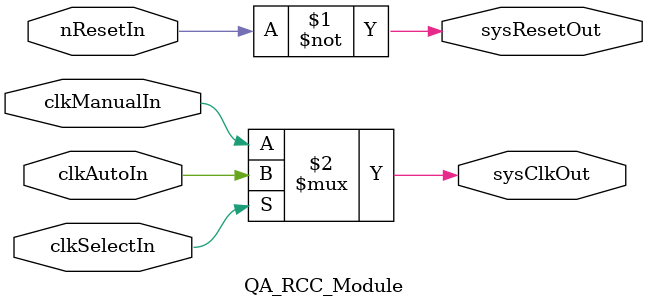
<source format=v>
/* ----------------------------------------------------------------------- */
/*                                                                         */
/*   Quartz Arc                                                            */
/*                                                                         */
/*   FPGA Basics Code                                                      */
/*                                                                         */
/*   Terasic DE0-CV                                                        */
/*                                                                         */
/*   System: Core                                                          */
/*   Role: Reset and Clock Control                                         */
/*   Filename: QA_RCC.v                                                    */
/*   Date: 10th February 2022                                              */
/*   Created By: Benjamin Rosser                                           */
/*                                                                         */
/*   This code is covered by Creative Commons CC-BY-NC-SA license          */
/*   (C) Copyright 2021 Benjamin Rosser                                    */
/*                                                                         */
/* ----------------------------------------------------------------------- */


//---------------------
//QA_RCC
//Reset & Clock Control
//---------------------
module QA_RCC_Module (

  input nResetIn,
	
	input clkAutoIn,
	input clkManualIn,
	
	input clkSelectIn,
	
	output sysResetOut,
	
	output sysClkOut

);

  assign sysResetOut = ~nResetIn;

	assign sysClkOut = clkSelectIn ? clkAutoIn : clkManualIn;

endmodule

</source>
